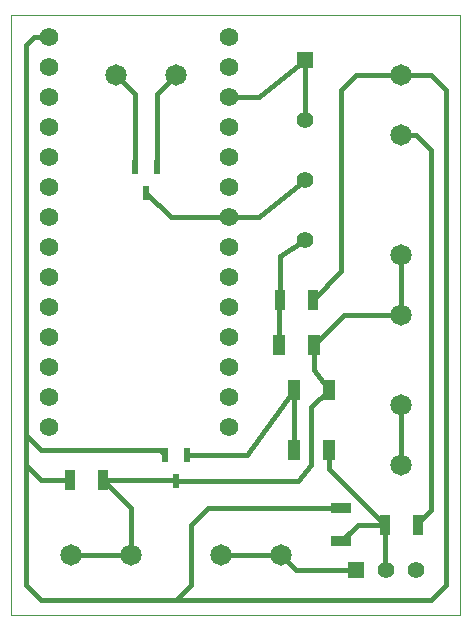
<source format=gtl>
G75*
%MOIN*%
%OFA0B0*%
%FSLAX25Y25*%
%IPPOS*%
%LPD*%
%AMOC8*
5,1,8,0,0,1.08239X$1,22.5*
%
%ADD10C,0.00000*%
%ADD11R,0.03600X0.07100*%
%ADD12C,0.07124*%
%ADD13R,0.07100X0.03600*%
%ADD14R,0.05550X0.05550*%
%ADD15C,0.05550*%
%ADD16R,0.04400X0.06900*%
%ADD17C,0.06200*%
%ADD18R,0.02100X0.04600*%
%ADD19C,0.01600*%
D10*
X0001000Y0001000D02*
X0001000Y0200961D01*
X0150701Y0200961D01*
X0150701Y0001000D01*
X0001000Y0001000D01*
D11*
X0020500Y0046000D03*
X0031500Y0046000D03*
X0090500Y0106000D03*
X0101500Y0106000D03*
X0125500Y0031000D03*
X0136500Y0031000D03*
D12*
X0131000Y0051000D03*
X0131000Y0071000D03*
X0131000Y0101000D03*
X0131000Y0121000D03*
X0131000Y0161000D03*
X0131000Y0181000D03*
X0056000Y0181000D03*
X0036000Y0181000D03*
X0041000Y0021000D03*
X0021000Y0021000D03*
X0071000Y0021000D03*
X0091000Y0021000D03*
D13*
X0111000Y0025500D03*
X0111000Y0036500D03*
D14*
X0116000Y0016000D03*
X0099000Y0186000D03*
D15*
X0099000Y0166000D03*
X0099000Y0146000D03*
X0099000Y0126000D03*
X0126000Y0016000D03*
X0136000Y0016000D03*
D16*
X0106800Y0056000D03*
X0095200Y0056000D03*
X0095200Y0076000D03*
X0106800Y0076000D03*
X0101800Y0091000D03*
X0090200Y0091000D03*
D17*
X0073500Y0093500D03*
X0073500Y0083500D03*
X0073500Y0073500D03*
X0073500Y0063500D03*
X0073500Y0103500D03*
X0073500Y0113500D03*
X0073500Y0123500D03*
X0073500Y0133500D03*
X0073500Y0143500D03*
X0073500Y0153500D03*
X0073500Y0163500D03*
X0073500Y0173500D03*
X0073500Y0183500D03*
X0073500Y0193500D03*
X0013500Y0193500D03*
X0013500Y0183500D03*
X0013500Y0173500D03*
X0013500Y0163500D03*
X0013500Y0153500D03*
X0013500Y0143500D03*
X0013500Y0133500D03*
X0013500Y0123500D03*
X0013500Y0113500D03*
X0013500Y0103500D03*
X0013500Y0093500D03*
X0013500Y0083500D03*
X0013500Y0073500D03*
X0013500Y0063500D03*
D18*
X0052300Y0054300D03*
X0056000Y0045700D03*
X0059700Y0054300D03*
X0046000Y0141700D03*
X0042300Y0150300D03*
X0049700Y0150300D03*
D19*
X0049700Y0174700D01*
X0056000Y0181000D01*
X0042300Y0174700D02*
X0036000Y0181000D01*
X0042300Y0174700D02*
X0042300Y0150300D01*
X0046000Y0141700D02*
X0054200Y0133500D01*
X0073500Y0133500D01*
X0083500Y0133500D01*
X0099000Y0146000D01*
X0099000Y0126000D02*
X0090500Y0120500D01*
X0090500Y0106000D01*
X0090200Y0105700D01*
X0090200Y0091000D01*
X0101500Y0106000D02*
X0111000Y0115500D01*
X0111000Y0176000D01*
X0116000Y0181000D01*
X0131000Y0181000D01*
X0141000Y0181000D01*
X0146000Y0176000D01*
X0146000Y0011000D01*
X0141000Y0006000D01*
X0056000Y0006000D01*
X0061000Y0011000D01*
X0061000Y0031000D01*
X0066500Y0036500D01*
X0111000Y0036500D01*
X0116500Y0031000D02*
X0111000Y0025500D01*
X0116500Y0031000D02*
X0125500Y0031000D01*
X0106800Y0049700D01*
X0106800Y0056000D01*
X0101000Y0051000D02*
X0101000Y0070200D01*
X0106800Y0076000D01*
X0101800Y0082600D01*
X0101800Y0091000D01*
X0111800Y0101000D01*
X0131000Y0101000D01*
X0131000Y0121000D01*
X0141000Y0156000D02*
X0136000Y0161000D01*
X0131000Y0161000D01*
X0141000Y0156000D02*
X0141000Y0036000D01*
X0136500Y0031500D01*
X0136500Y0031000D01*
X0125500Y0031000D02*
X0125500Y0016500D01*
X0126000Y0016000D01*
X0116000Y0016000D02*
X0096000Y0016000D01*
X0091000Y0021000D01*
X0071000Y0021000D01*
X0056000Y0006000D02*
X0011000Y0006000D01*
X0006000Y0011000D01*
X0006000Y0051000D01*
X0011000Y0046000D01*
X0020500Y0046000D01*
X0011000Y0056000D02*
X0006000Y0061000D01*
X0006000Y0051000D01*
X0011000Y0056000D02*
X0050600Y0056000D01*
X0052300Y0054300D01*
X0055700Y0046000D02*
X0031500Y0046000D01*
X0041000Y0036500D01*
X0041000Y0021000D01*
X0021000Y0021000D01*
X0006000Y0061000D02*
X0006000Y0191000D01*
X0008500Y0193500D01*
X0013500Y0193500D01*
X0073500Y0173500D02*
X0083500Y0173500D01*
X0099000Y0186000D01*
X0099000Y0166000D01*
X0095200Y0076000D02*
X0095200Y0056000D01*
X0101000Y0051000D02*
X0096700Y0045700D01*
X0056000Y0045700D01*
X0055700Y0046000D01*
X0059700Y0054300D02*
X0079500Y0054300D01*
X0095200Y0076000D01*
X0131000Y0071000D02*
X0131000Y0051000D01*
M02*

</source>
